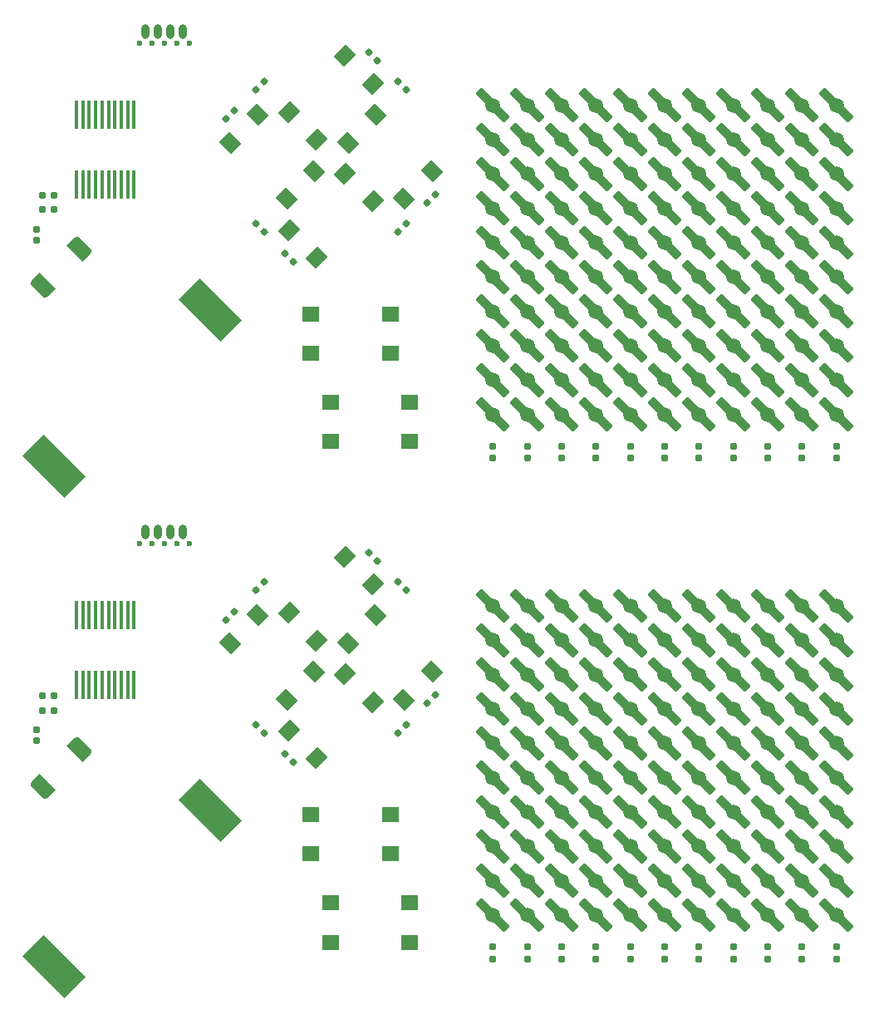
<source format=gbr>
%TF.GenerationSoftware,KiCad,Pcbnew,(6.0.9)*%
%TF.CreationDate,2023-02-03T02:03:44-05:00*%
%TF.ProjectId,businesscard_panel,62757369-6e65-4737-9363-6172645f7061,rev?*%
%TF.SameCoordinates,Original*%
%TF.FileFunction,Soldermask,Bot*%
%TF.FilePolarity,Negative*%
%FSLAX46Y46*%
G04 Gerber Fmt 4.6, Leading zero omitted, Abs format (unit mm)*
G04 Created by KiCad (PCBNEW (6.0.9)) date 2023-02-03 02:03:44*
%MOMM*%
%LPD*%
G01*
G04 APERTURE LIST*
G04 Aperture macros list*
%AMRoundRect*
0 Rectangle with rounded corners*
0 $1 Rounding radius*
0 $2 $3 $4 $5 $6 $7 $8 $9 X,Y pos of 4 corners*
0 Add a 4 corners polygon primitive as box body*
4,1,4,$2,$3,$4,$5,$6,$7,$8,$9,$2,$3,0*
0 Add four circle primitives for the rounded corners*
1,1,$1+$1,$2,$3*
1,1,$1+$1,$4,$5*
1,1,$1+$1,$6,$7*
1,1,$1+$1,$8,$9*
0 Add four rect primitives between the rounded corners*
20,1,$1+$1,$2,$3,$4,$5,0*
20,1,$1+$1,$4,$5,$6,$7,0*
20,1,$1+$1,$6,$7,$8,$9,0*
20,1,$1+$1,$8,$9,$2,$3,0*%
%AMRotRect*
0 Rectangle, with rotation*
0 The origin of the aperture is its center*
0 $1 length*
0 $2 width*
0 $3 Rotation angle, in degrees counterclockwise*
0 Add horizontal line*
21,1,$1,$2,0,0,$3*%
%AMFreePoly0*
4,1,15,-1.143000,0.750000,1.143000,0.750000,1.143000,-0.375000,1.127371,-0.482133,1.073293,-0.592764,0.986296,-0.679914,0.875760,-0.734183,0.768000,-0.750000,-0.768000,-0.750000,-0.875133,-0.734371,-0.985764,-0.680293,-1.072913,-0.593297,-1.127183,-0.482760,-1.143000,-0.375000,-1.143000,0.750000,-1.143000,0.750000,$1*%
%AMFreePoly1*
4,1,15,-1.143000,0.375000,-1.127371,0.482133,-1.073293,0.592764,-0.986296,0.679914,-0.875760,0.734183,-0.768000,0.750000,0.768000,0.750000,0.875133,0.734371,0.985764,0.680293,1.072913,0.593297,1.127183,0.482760,1.143000,0.375000,1.143000,-0.750000,-1.143000,-0.750000,-1.143000,0.375000,-1.143000,0.375000,$1*%
G04 Aperture macros list end*
%ADD10C,1.500000*%
%ADD11RoundRect,0.237500X-0.618718X0.282843X0.282843X-0.618718X0.618718X-0.282843X-0.282843X0.618718X0*%
%ADD12C,0.600000*%
%ADD13O,0.800000X1.500000*%
%ADD14RotRect,1.700000X1.500000X315.000000*%
%ADD15RotRect,1.700000X1.500000X45.000000*%
%ADD16RoundRect,0.100000X0.100000X-1.337500X0.100000X1.337500X-0.100000X1.337500X-0.100000X-1.337500X0*%
%ADD17RotRect,3.000000X6.000000X45.000000*%
%ADD18FreePoly0,135.000000*%
%ADD19FreePoly1,135.000000*%
%ADD20RotRect,1.700000X1.500000X225.000000*%
%ADD21R,1.700000X1.500000*%
%ADD22RotRect,1.700000X1.500000X135.000000*%
%ADD23RoundRect,0.160000X0.160000X-0.197500X0.160000X0.197500X-0.160000X0.197500X-0.160000X-0.197500X0*%
%ADD24RoundRect,0.160000X-0.026517X-0.252791X0.252791X0.026517X0.026517X0.252791X-0.252791X-0.026517X0*%
%ADD25RoundRect,0.155000X0.212500X0.155000X-0.212500X0.155000X-0.212500X-0.155000X0.212500X-0.155000X0*%
%ADD26RoundRect,0.160000X-0.252791X0.026517X0.026517X-0.252791X0.252791X-0.026517X-0.026517X0.252791X0*%
%ADD27RoundRect,0.160000X0.026517X0.252791X-0.252791X-0.026517X-0.026517X-0.252791X0.252791X0.026517X0*%
%ADD28RoundRect,0.160000X0.252791X-0.026517X-0.026517X0.252791X-0.252791X0.026517X0.026517X-0.252791X0*%
%ADD29RoundRect,0.155000X0.155000X-0.212500X0.155000X0.212500X-0.155000X0.212500X-0.155000X-0.212500X0*%
G04 APERTURE END LIST*
D10*
%TO.C,D61*%
X169500000Y-58500000D03*
D11*
X168633794Y-57633794D03*
X170366206Y-59366206D03*
%TD*%
D10*
%TO.C,D79*%
X173000000Y-137500000D03*
D11*
X172133794Y-136633794D03*
X173866206Y-138366206D03*
%TD*%
D10*
%TO.C,D101*%
X183500000Y-58500000D03*
D11*
X182633794Y-57633794D03*
X184366206Y-59366206D03*
%TD*%
D10*
%TO.C,D97*%
X180000000Y-79500000D03*
D11*
X179133794Y-78633794D03*
X180866206Y-80366206D03*
%TD*%
D10*
%TO.C,D51*%
X166000000Y-58500000D03*
D11*
X165133794Y-57633794D03*
X166866206Y-59366206D03*
%TD*%
D10*
%TO.C,D25*%
X155500000Y-123500000D03*
D11*
X154633794Y-122633794D03*
X156366206Y-124366206D03*
%TD*%
D10*
%TO.C,D78*%
X173000000Y-83000000D03*
D11*
X172133794Y-82133794D03*
X173866206Y-83866206D03*
%TD*%
D10*
%TO.C,D56*%
X166000000Y-127000000D03*
D11*
X165133794Y-126133794D03*
X166866206Y-127866206D03*
%TD*%
D10*
%TO.C,D32*%
X159000000Y-113000000D03*
D11*
X158133794Y-112133794D03*
X159866206Y-113866206D03*
%TD*%
D10*
%TO.C,D26*%
X155500000Y-127000000D03*
D11*
X154633794Y-126133794D03*
X156366206Y-127866206D03*
%TD*%
D10*
%TO.C,D94*%
X180000000Y-120000000D03*
D11*
X179133794Y-119133794D03*
X180866206Y-120866206D03*
%TD*%
D10*
%TO.C,D76*%
X173000000Y-127000000D03*
D11*
X172133794Y-126133794D03*
X173866206Y-127866206D03*
%TD*%
D12*
%TO.C,J1*%
X116270000Y-103155000D03*
X117540000Y-103155000D03*
X113730000Y-103155000D03*
X112460000Y-103155000D03*
X115000000Y-103155000D03*
D13*
X116905000Y-102000000D03*
X115635000Y-102000000D03*
X114365000Y-102000000D03*
X113095000Y-102000000D03*
%TD*%
D10*
%TO.C,D50*%
X162500000Y-90000000D03*
D11*
X161633794Y-89133794D03*
X163366206Y-90866206D03*
%TD*%
D10*
%TO.C,D96*%
X180000000Y-76000000D03*
D11*
X179133794Y-75133794D03*
X180866206Y-76866206D03*
%TD*%
D14*
%TO.C,SW4*%
X136550431Y-110472004D03*
X142277996Y-116199569D03*
X133722004Y-113300431D03*
X139449569Y-119027996D03*
%TD*%
D10*
%TO.C,D53*%
X166000000Y-116500000D03*
D11*
X165133794Y-115633794D03*
X166866206Y-117366206D03*
%TD*%
D10*
%TO.C,D80*%
X173000000Y-141000000D03*
D11*
X172133794Y-140133794D03*
X173866206Y-141866206D03*
%TD*%
D10*
%TO.C,D81*%
X176500000Y-109500000D03*
D11*
X175633794Y-108633794D03*
X177366206Y-110366206D03*
%TD*%
D10*
%TO.C,D9*%
X148500000Y-86500000D03*
D11*
X147633794Y-85633794D03*
X149366206Y-87366206D03*
%TD*%
D10*
%TO.C,D20*%
X152000000Y-90000000D03*
D11*
X151133794Y-89133794D03*
X152866206Y-90866206D03*
%TD*%
D10*
%TO.C,D45*%
X162500000Y-72500000D03*
D11*
X161633794Y-71633794D03*
X163366206Y-73366206D03*
%TD*%
D10*
%TO.C,D24*%
X155500000Y-120000000D03*
D11*
X154633794Y-119133794D03*
X156366206Y-120866206D03*
%TD*%
D10*
%TO.C,D100*%
X180000000Y-141000000D03*
D11*
X179133794Y-140133794D03*
X180866206Y-141866206D03*
%TD*%
D15*
%TO.C,SW3*%
X133449569Y-53472004D03*
X127722004Y-59199569D03*
X136277996Y-56300431D03*
X130550431Y-62027996D03*
%TD*%
D10*
%TO.C,D41*%
X162500000Y-58500000D03*
D11*
X161633794Y-57633794D03*
X163366206Y-59366206D03*
%TD*%
D10*
%TO.C,D85*%
X176500000Y-72500000D03*
D11*
X175633794Y-71633794D03*
X177366206Y-73366206D03*
%TD*%
D10*
%TO.C,D42*%
X162500000Y-62000000D03*
D11*
X161633794Y-61133794D03*
X163366206Y-62866206D03*
%TD*%
D10*
%TO.C,D32*%
X159000000Y-62000000D03*
D11*
X158133794Y-61133794D03*
X159866206Y-62866206D03*
%TD*%
D10*
%TO.C,D107*%
X183500000Y-130500000D03*
D11*
X182633794Y-129633794D03*
X184366206Y-131366206D03*
%TD*%
D10*
%TO.C,D68*%
X169500000Y-134000000D03*
D11*
X168633794Y-133133794D03*
X170366206Y-134866206D03*
%TD*%
D10*
%TO.C,D104*%
X183500000Y-120000000D03*
D11*
X182633794Y-119133794D03*
X184366206Y-120866206D03*
%TD*%
D10*
%TO.C,D75*%
X173000000Y-72500000D03*
D11*
X172133794Y-71633794D03*
X173866206Y-73366206D03*
%TD*%
D10*
%TO.C,D58*%
X166000000Y-83000000D03*
D11*
X165133794Y-82133794D03*
X166866206Y-83866206D03*
%TD*%
D14*
%TO.C,SW4*%
X136550431Y-59472004D03*
X142277996Y-65199569D03*
X133722004Y-62300431D03*
X139449569Y-68027996D03*
%TD*%
D10*
%TO.C,D71*%
X173000000Y-58500000D03*
D11*
X172133794Y-57633794D03*
X173866206Y-59366206D03*
%TD*%
D10*
%TO.C,D15*%
X152000000Y-72500000D03*
D11*
X151133794Y-71633794D03*
X152866206Y-73366206D03*
%TD*%
D10*
%TO.C,D64*%
X169500000Y-69000000D03*
D11*
X168633794Y-68133794D03*
X170366206Y-69866206D03*
%TD*%
D10*
%TO.C,D49*%
X162500000Y-137500000D03*
D11*
X161633794Y-136633794D03*
X163366206Y-138366206D03*
%TD*%
D10*
%TO.C,D86*%
X176500000Y-76000000D03*
D11*
X175633794Y-75133794D03*
X177366206Y-76866206D03*
%TD*%
D10*
%TO.C,D59*%
X166000000Y-86500000D03*
D11*
X165133794Y-85633794D03*
X166866206Y-87366206D03*
%TD*%
D10*
%TO.C,D57*%
X166000000Y-130500000D03*
D11*
X165133794Y-129633794D03*
X166866206Y-131366206D03*
%TD*%
D10*
%TO.C,D82*%
X176500000Y-62000000D03*
D11*
X175633794Y-61133794D03*
X177366206Y-62866206D03*
%TD*%
D10*
%TO.C,D48*%
X162500000Y-83000000D03*
D11*
X161633794Y-82133794D03*
X163366206Y-83866206D03*
%TD*%
D10*
%TO.C,D23*%
X155500000Y-65500000D03*
D11*
X154633794Y-64633794D03*
X156366206Y-66366206D03*
%TD*%
D10*
%TO.C,D73*%
X173000000Y-116500000D03*
D11*
X172133794Y-115633794D03*
X173866206Y-117366206D03*
%TD*%
D10*
%TO.C,D34*%
X159000000Y-120000000D03*
D11*
X158133794Y-119133794D03*
X159866206Y-120866206D03*
%TD*%
D10*
%TO.C,D103*%
X183500000Y-116500000D03*
D11*
X182633794Y-115633794D03*
X184366206Y-117366206D03*
%TD*%
D10*
%TO.C,D69*%
X169500000Y-137500000D03*
D11*
X168633794Y-136633794D03*
X170366206Y-138366206D03*
%TD*%
D10*
%TO.C,D51*%
X166000000Y-109500000D03*
D11*
X165133794Y-108633794D03*
X166866206Y-110366206D03*
%TD*%
D10*
%TO.C,D22*%
X155500000Y-113000000D03*
D11*
X154633794Y-112133794D03*
X156366206Y-113866206D03*
%TD*%
D10*
%TO.C,D8*%
X148500000Y-83000000D03*
D11*
X147633794Y-82133794D03*
X149366206Y-83866206D03*
%TD*%
D10*
%TO.C,D29*%
X155500000Y-86500000D03*
D11*
X154633794Y-85633794D03*
X156366206Y-87366206D03*
%TD*%
D10*
%TO.C,D106*%
X183500000Y-127000000D03*
D11*
X182633794Y-126133794D03*
X184366206Y-127866206D03*
%TD*%
D10*
%TO.C,D49*%
X162500000Y-86500000D03*
D11*
X161633794Y-85633794D03*
X163366206Y-87366206D03*
%TD*%
D10*
%TO.C,D55*%
X166000000Y-123500000D03*
D11*
X165133794Y-122633794D03*
X166866206Y-124366206D03*
%TD*%
D10*
%TO.C,D92*%
X180000000Y-62000000D03*
D11*
X179133794Y-61133794D03*
X180866206Y-62866206D03*
%TD*%
D10*
%TO.C,D5*%
X148500000Y-123500000D03*
D11*
X147633794Y-122633794D03*
X149366206Y-124366206D03*
%TD*%
D16*
%TO.C,U1*%
X106075000Y-117562500D03*
X106725000Y-117562500D03*
X107375000Y-117562500D03*
X108025000Y-117562500D03*
X108675000Y-117562500D03*
X109325000Y-117562500D03*
X109975000Y-117562500D03*
X110625000Y-117562500D03*
X111275000Y-117562500D03*
X111925000Y-117562500D03*
X111925000Y-110437500D03*
X111275000Y-110437500D03*
X110625000Y-110437500D03*
X109975000Y-110437500D03*
X109325000Y-110437500D03*
X108675000Y-110437500D03*
X108025000Y-110437500D03*
X107375000Y-110437500D03*
X106725000Y-110437500D03*
X106075000Y-110437500D03*
%TD*%
D10*
%TO.C,D18*%
X152000000Y-134000000D03*
D11*
X151133794Y-133133794D03*
X152866206Y-134866206D03*
%TD*%
D10*
%TO.C,D105*%
X183500000Y-123500000D03*
D11*
X182633794Y-122633794D03*
X184366206Y-124366206D03*
%TD*%
D10*
%TO.C,D37*%
X159000000Y-79500000D03*
D11*
X158133794Y-78633794D03*
X159866206Y-80366206D03*
%TD*%
D10*
%TO.C,D53*%
X166000000Y-65500000D03*
D11*
X165133794Y-64633794D03*
X166866206Y-66366206D03*
%TD*%
D10*
%TO.C,D11*%
X152000000Y-109500000D03*
D11*
X151133794Y-108633794D03*
X152866206Y-110366206D03*
%TD*%
D10*
%TO.C,D107*%
X183500000Y-79500000D03*
D11*
X182633794Y-78633794D03*
X184366206Y-80366206D03*
%TD*%
D10*
%TO.C,D35*%
X159000000Y-123500000D03*
D11*
X158133794Y-122633794D03*
X159866206Y-124366206D03*
%TD*%
D10*
%TO.C,D94*%
X180000000Y-69000000D03*
D11*
X179133794Y-68133794D03*
X180866206Y-69866206D03*
%TD*%
D10*
%TO.C,D61*%
X169500000Y-109500000D03*
D11*
X168633794Y-108633794D03*
X170366206Y-110366206D03*
%TD*%
D10*
%TO.C,D72*%
X173000000Y-113000000D03*
D11*
X172133794Y-112133794D03*
X173866206Y-113866206D03*
%TD*%
D10*
%TO.C,D73*%
X173000000Y-65500000D03*
D11*
X172133794Y-64633794D03*
X173866206Y-66366206D03*
%TD*%
D10*
%TO.C,D35*%
X159000000Y-72500000D03*
D11*
X158133794Y-71633794D03*
X159866206Y-73366206D03*
%TD*%
D10*
%TO.C,D34*%
X159000000Y-69000000D03*
D11*
X158133794Y-68133794D03*
X159866206Y-69866206D03*
%TD*%
D10*
%TO.C,D52*%
X166000000Y-113000000D03*
D11*
X165133794Y-112133794D03*
X166866206Y-113866206D03*
%TD*%
D10*
%TO.C,D27*%
X155500000Y-79500000D03*
D11*
X154633794Y-78633794D03*
X156366206Y-80366206D03*
%TD*%
D10*
%TO.C,D24*%
X155500000Y-69000000D03*
D11*
X154633794Y-68133794D03*
X156366206Y-69866206D03*
%TD*%
D10*
%TO.C,D21*%
X155500000Y-58500000D03*
D11*
X154633794Y-57633794D03*
X156366206Y-59366206D03*
%TD*%
D10*
%TO.C,D5*%
X148500000Y-72500000D03*
D11*
X147633794Y-71633794D03*
X149366206Y-73366206D03*
%TD*%
D10*
%TO.C,D46*%
X162500000Y-127000000D03*
D11*
X161633794Y-126133794D03*
X163366206Y-127866206D03*
%TD*%
D10*
%TO.C,D22*%
X155500000Y-62000000D03*
D11*
X154633794Y-61133794D03*
X156366206Y-62866206D03*
%TD*%
D10*
%TO.C,D50*%
X162500000Y-141000000D03*
D11*
X161633794Y-140133794D03*
X163366206Y-141866206D03*
%TD*%
D10*
%TO.C,D55*%
X166000000Y-72500000D03*
D11*
X165133794Y-71633794D03*
X166866206Y-73366206D03*
%TD*%
D10*
%TO.C,D3*%
X148500000Y-65500000D03*
D11*
X147633794Y-64633794D03*
X149366206Y-66366206D03*
%TD*%
D10*
%TO.C,D1*%
X148500000Y-58500000D03*
D11*
X147633794Y-57633794D03*
X149366206Y-59366206D03*
%TD*%
D10*
%TO.C,D16*%
X152000000Y-127000000D03*
D11*
X151133794Y-126133794D03*
X152866206Y-127866206D03*
%TD*%
D10*
%TO.C,D9*%
X148500000Y-137500000D03*
D11*
X147633794Y-136633794D03*
X149366206Y-138366206D03*
%TD*%
D10*
%TO.C,D66*%
X169500000Y-127000000D03*
D11*
X168633794Y-126133794D03*
X170366206Y-127866206D03*
%TD*%
D10*
%TO.C,D105*%
X183500000Y-72500000D03*
D11*
X182633794Y-71633794D03*
X184366206Y-73366206D03*
%TD*%
D10*
%TO.C,D91*%
X180000000Y-58500000D03*
D11*
X179133794Y-57633794D03*
X180866206Y-59366206D03*
%TD*%
D10*
%TO.C,D103*%
X183500000Y-65500000D03*
D11*
X182633794Y-64633794D03*
X184366206Y-66366206D03*
%TD*%
D10*
%TO.C,D93*%
X180000000Y-65500000D03*
D11*
X179133794Y-64633794D03*
X180866206Y-66366206D03*
%TD*%
D10*
%TO.C,D79*%
X173000000Y-86500000D03*
D11*
X172133794Y-85633794D03*
X173866206Y-87366206D03*
%TD*%
D17*
%TO.C,BT1*%
X119659902Y-130340098D03*
X103750000Y-146250000D03*
%TD*%
D10*
%TO.C,D15*%
X152000000Y-123500000D03*
D11*
X151133794Y-122633794D03*
X152866206Y-124366206D03*
%TD*%
D10*
%TO.C,D17*%
X152000000Y-130500000D03*
D11*
X151133794Y-129633794D03*
X152866206Y-131366206D03*
%TD*%
D10*
%TO.C,D69*%
X169500000Y-86500000D03*
D11*
X168633794Y-85633794D03*
X170366206Y-87366206D03*
%TD*%
D10*
%TO.C,D98*%
X180000000Y-134000000D03*
D11*
X179133794Y-133133794D03*
X180866206Y-134866206D03*
%TD*%
D10*
%TO.C,D54*%
X166000000Y-120000000D03*
D11*
X165133794Y-119133794D03*
X166866206Y-120866206D03*
%TD*%
D10*
%TO.C,D74*%
X173000000Y-120000000D03*
D11*
X172133794Y-119133794D03*
X173866206Y-120866206D03*
%TD*%
D10*
%TO.C,D62*%
X169500000Y-62000000D03*
D11*
X168633794Y-61133794D03*
X170366206Y-62866206D03*
%TD*%
D10*
%TO.C,D82*%
X176500000Y-113000000D03*
D11*
X175633794Y-112133794D03*
X177366206Y-113866206D03*
%TD*%
D10*
%TO.C,D43*%
X162500000Y-116500000D03*
D11*
X161633794Y-115633794D03*
X163366206Y-117366206D03*
%TD*%
D10*
%TO.C,D102*%
X183500000Y-113000000D03*
D11*
X182633794Y-112133794D03*
X184366206Y-113866206D03*
%TD*%
D10*
%TO.C,D86*%
X176500000Y-127000000D03*
D11*
X175633794Y-126133794D03*
X177366206Y-127866206D03*
%TD*%
D10*
%TO.C,D98*%
X180000000Y-83000000D03*
D11*
X179133794Y-82133794D03*
X180866206Y-83866206D03*
%TD*%
D10*
%TO.C,D63*%
X169500000Y-65500000D03*
D11*
X168633794Y-64633794D03*
X170366206Y-66366206D03*
%TD*%
D10*
%TO.C,D2*%
X148500000Y-62000000D03*
D11*
X147633794Y-61133794D03*
X149366206Y-62866206D03*
%TD*%
D18*
%TO.C,SW1*%
X106444544Y-124055456D03*
D19*
X102555456Y-127944544D03*
%TD*%
D10*
%TO.C,D41*%
X162500000Y-109500000D03*
D11*
X161633794Y-108633794D03*
X163366206Y-110366206D03*
%TD*%
D10*
%TO.C,D6*%
X148500000Y-76000000D03*
D11*
X147633794Y-75133794D03*
X149366206Y-76866206D03*
%TD*%
D10*
%TO.C,D29*%
X155500000Y-137500000D03*
D11*
X154633794Y-136633794D03*
X156366206Y-138366206D03*
%TD*%
D10*
%TO.C,D37*%
X159000000Y-130500000D03*
D11*
X158133794Y-129633794D03*
X159866206Y-131366206D03*
%TD*%
D10*
%TO.C,D56*%
X166000000Y-76000000D03*
D11*
X165133794Y-75133794D03*
X166866206Y-76866206D03*
%TD*%
D10*
%TO.C,D47*%
X162500000Y-79500000D03*
D11*
X161633794Y-78633794D03*
X163366206Y-80366206D03*
%TD*%
D10*
%TO.C,D72*%
X173000000Y-62000000D03*
D11*
X172133794Y-61133794D03*
X173866206Y-62866206D03*
%TD*%
D10*
%TO.C,D85*%
X176500000Y-123500000D03*
D11*
X175633794Y-122633794D03*
X177366206Y-124366206D03*
%TD*%
D10*
%TO.C,D110*%
X183500000Y-90000000D03*
D11*
X182633794Y-89133794D03*
X184366206Y-90866206D03*
%TD*%
D16*
%TO.C,U1*%
X106075000Y-66562500D03*
X106725000Y-66562500D03*
X107375000Y-66562500D03*
X108025000Y-66562500D03*
X108675000Y-66562500D03*
X109325000Y-66562500D03*
X109975000Y-66562500D03*
X110625000Y-66562500D03*
X111275000Y-66562500D03*
X111925000Y-66562500D03*
X111925000Y-59437500D03*
X111275000Y-59437500D03*
X110625000Y-59437500D03*
X109975000Y-59437500D03*
X109325000Y-59437500D03*
X108675000Y-59437500D03*
X108025000Y-59437500D03*
X107375000Y-59437500D03*
X106725000Y-59437500D03*
X106075000Y-59437500D03*
%TD*%
D10*
%TO.C,D67*%
X169500000Y-130500000D03*
D11*
X168633794Y-129633794D03*
X170366206Y-131366206D03*
%TD*%
D10*
%TO.C,D64*%
X169500000Y-120000000D03*
D11*
X168633794Y-119133794D03*
X170366206Y-120866206D03*
%TD*%
D10*
%TO.C,D23*%
X155500000Y-116500000D03*
D11*
X154633794Y-115633794D03*
X156366206Y-117366206D03*
%TD*%
D17*
%TO.C,BT1*%
X119659902Y-79340098D03*
X103750000Y-95250000D03*
%TD*%
D10*
%TO.C,D58*%
X166000000Y-134000000D03*
D11*
X165133794Y-133133794D03*
X166866206Y-134866206D03*
%TD*%
D20*
%TO.C,SW5*%
X136277996Y-119300431D03*
X130550431Y-125027996D03*
X133449569Y-116472004D03*
X127722004Y-122199569D03*
%TD*%
D15*
%TO.C,SW3*%
X133449569Y-104472004D03*
X127722004Y-110199569D03*
X136277996Y-107300431D03*
X130550431Y-113027996D03*
%TD*%
D10*
%TO.C,D84*%
X176500000Y-120000000D03*
D11*
X175633794Y-119133794D03*
X177366206Y-120866206D03*
%TD*%
D10*
%TO.C,D4*%
X148500000Y-120000000D03*
D11*
X147633794Y-119133794D03*
X149366206Y-120866206D03*
%TD*%
D10*
%TO.C,D19*%
X152000000Y-137500000D03*
D11*
X151133794Y-136633794D03*
X152866206Y-138366206D03*
%TD*%
D10*
%TO.C,D40*%
X159000000Y-141000000D03*
D11*
X158133794Y-140133794D03*
X159866206Y-141866206D03*
%TD*%
D10*
%TO.C,D67*%
X169500000Y-79500000D03*
D11*
X168633794Y-78633794D03*
X170366206Y-80366206D03*
%TD*%
D21*
%TO.C,SW7*%
X131950000Y-92750000D03*
X140050000Y-92750000D03*
X131950000Y-88750000D03*
X140050000Y-88750000D03*
%TD*%
D22*
%TO.C,SW2*%
X127449569Y-68027996D03*
X121722004Y-62300431D03*
X124550431Y-59472004D03*
X130277996Y-65199569D03*
%TD*%
D10*
%TO.C,D30*%
X155500000Y-141000000D03*
D11*
X154633794Y-140133794D03*
X156366206Y-141866206D03*
%TD*%
D10*
%TO.C,D44*%
X162500000Y-120000000D03*
D11*
X161633794Y-119133794D03*
X163366206Y-120866206D03*
%TD*%
D10*
%TO.C,D70*%
X169500000Y-141000000D03*
D11*
X168633794Y-140133794D03*
X170366206Y-141866206D03*
%TD*%
D10*
%TO.C,D108*%
X183500000Y-134000000D03*
D11*
X182633794Y-133133794D03*
X184366206Y-134866206D03*
%TD*%
D10*
%TO.C,D31*%
X159000000Y-109500000D03*
D11*
X158133794Y-108633794D03*
X159866206Y-110366206D03*
%TD*%
D10*
%TO.C,D62*%
X169500000Y-113000000D03*
D11*
X168633794Y-112133794D03*
X170366206Y-113866206D03*
%TD*%
D10*
%TO.C,D26*%
X155500000Y-76000000D03*
D11*
X154633794Y-75133794D03*
X156366206Y-76866206D03*
%TD*%
D10*
%TO.C,D28*%
X155500000Y-134000000D03*
D11*
X154633794Y-133133794D03*
X156366206Y-134866206D03*
%TD*%
D10*
%TO.C,D48*%
X162500000Y-134000000D03*
D11*
X161633794Y-133133794D03*
X163366206Y-134866206D03*
%TD*%
D10*
%TO.C,D76*%
X173000000Y-76000000D03*
D11*
X172133794Y-75133794D03*
X173866206Y-76866206D03*
%TD*%
D10*
%TO.C,D83*%
X176500000Y-116500000D03*
D11*
X175633794Y-115633794D03*
X177366206Y-117366206D03*
%TD*%
D10*
%TO.C,D60*%
X166000000Y-141000000D03*
D11*
X165133794Y-140133794D03*
X166866206Y-141866206D03*
%TD*%
D10*
%TO.C,D59*%
X166000000Y-137500000D03*
D11*
X165133794Y-136633794D03*
X166866206Y-138366206D03*
%TD*%
D10*
%TO.C,D87*%
X176500000Y-79500000D03*
D11*
X175633794Y-78633794D03*
X177366206Y-80366206D03*
%TD*%
D10*
%TO.C,D70*%
X169500000Y-90000000D03*
D11*
X168633794Y-89133794D03*
X170366206Y-90866206D03*
%TD*%
D10*
%TO.C,D89*%
X176500000Y-86500000D03*
D11*
X175633794Y-85633794D03*
X177366206Y-87366206D03*
%TD*%
D10*
%TO.C,D3*%
X148500000Y-116500000D03*
D11*
X147633794Y-115633794D03*
X149366206Y-117366206D03*
%TD*%
D10*
%TO.C,D10*%
X148500000Y-90000000D03*
D11*
X147633794Y-89133794D03*
X149366206Y-90866206D03*
%TD*%
D10*
%TO.C,D47*%
X162500000Y-130500000D03*
D11*
X161633794Y-129633794D03*
X163366206Y-131366206D03*
%TD*%
D10*
%TO.C,D18*%
X152000000Y-83000000D03*
D11*
X151133794Y-82133794D03*
X152866206Y-83866206D03*
%TD*%
D10*
%TO.C,D42*%
X162500000Y-113000000D03*
D11*
X161633794Y-112133794D03*
X163366206Y-113866206D03*
%TD*%
D10*
%TO.C,D71*%
X173000000Y-109500000D03*
D11*
X172133794Y-108633794D03*
X173866206Y-110366206D03*
%TD*%
D10*
%TO.C,D33*%
X159000000Y-116500000D03*
D11*
X158133794Y-115633794D03*
X159866206Y-117366206D03*
%TD*%
D10*
%TO.C,D20*%
X152000000Y-141000000D03*
D11*
X151133794Y-140133794D03*
X152866206Y-141866206D03*
%TD*%
D10*
%TO.C,D45*%
X162500000Y-123500000D03*
D11*
X161633794Y-122633794D03*
X163366206Y-124366206D03*
%TD*%
D21*
%TO.C,SW7*%
X131950000Y-143750000D03*
X140050000Y-143750000D03*
X131950000Y-139750000D03*
X140050000Y-139750000D03*
%TD*%
D10*
%TO.C,D92*%
X180000000Y-113000000D03*
D11*
X179133794Y-112133794D03*
X180866206Y-113866206D03*
%TD*%
D10*
%TO.C,D87*%
X176500000Y-130500000D03*
D11*
X175633794Y-129633794D03*
X177366206Y-131366206D03*
%TD*%
D10*
%TO.C,D38*%
X159000000Y-83000000D03*
D11*
X158133794Y-82133794D03*
X159866206Y-83866206D03*
%TD*%
D10*
%TO.C,D104*%
X183500000Y-69000000D03*
D11*
X182633794Y-68133794D03*
X184366206Y-69866206D03*
%TD*%
D10*
%TO.C,D54*%
X166000000Y-69000000D03*
D11*
X165133794Y-68133794D03*
X166866206Y-69866206D03*
%TD*%
D10*
%TO.C,D14*%
X152000000Y-69000000D03*
D11*
X151133794Y-68133794D03*
X152866206Y-69866206D03*
%TD*%
D10*
%TO.C,D33*%
X159000000Y-65500000D03*
D11*
X158133794Y-64633794D03*
X159866206Y-66366206D03*
%TD*%
D10*
%TO.C,D90*%
X176500000Y-90000000D03*
D11*
X175633794Y-89133794D03*
X177366206Y-90866206D03*
%TD*%
D10*
%TO.C,D110*%
X183500000Y-141000000D03*
D11*
X182633794Y-140133794D03*
X184366206Y-141866206D03*
%TD*%
D10*
%TO.C,D25*%
X155500000Y-72500000D03*
D11*
X154633794Y-71633794D03*
X156366206Y-73366206D03*
%TD*%
D18*
%TO.C,SW1*%
X106444544Y-73055456D03*
D19*
X102555456Y-76944544D03*
%TD*%
D10*
%TO.C,D7*%
X148500000Y-79500000D03*
D11*
X147633794Y-78633794D03*
X149366206Y-80366206D03*
%TD*%
D10*
%TO.C,D89*%
X176500000Y-137500000D03*
D11*
X175633794Y-136633794D03*
X177366206Y-138366206D03*
%TD*%
D10*
%TO.C,D65*%
X169500000Y-72500000D03*
D11*
X168633794Y-71633794D03*
X170366206Y-73366206D03*
%TD*%
D10*
%TO.C,D78*%
X173000000Y-134000000D03*
D11*
X172133794Y-133133794D03*
X173866206Y-134866206D03*
%TD*%
D10*
%TO.C,D80*%
X173000000Y-90000000D03*
D11*
X172133794Y-89133794D03*
X173866206Y-90866206D03*
%TD*%
D10*
%TO.C,D100*%
X180000000Y-90000000D03*
D11*
X179133794Y-89133794D03*
X180866206Y-90866206D03*
%TD*%
D10*
%TO.C,D88*%
X176500000Y-134000000D03*
D11*
X175633794Y-133133794D03*
X177366206Y-134866206D03*
%TD*%
D10*
%TO.C,D93*%
X180000000Y-116500000D03*
D11*
X179133794Y-115633794D03*
X180866206Y-117366206D03*
%TD*%
D10*
%TO.C,D90*%
X176500000Y-141000000D03*
D11*
X175633794Y-140133794D03*
X177366206Y-141866206D03*
%TD*%
D10*
%TO.C,D31*%
X159000000Y-58500000D03*
D11*
X158133794Y-57633794D03*
X159866206Y-59366206D03*
%TD*%
D10*
%TO.C,D77*%
X173000000Y-79500000D03*
D11*
X172133794Y-78633794D03*
X173866206Y-80366206D03*
%TD*%
D20*
%TO.C,SW5*%
X136277996Y-68300431D03*
X130550431Y-74027996D03*
X133449569Y-65472004D03*
X127722004Y-71199569D03*
%TD*%
D10*
%TO.C,D21*%
X155500000Y-109500000D03*
D11*
X154633794Y-108633794D03*
X156366206Y-110366206D03*
%TD*%
D10*
%TO.C,D8*%
X148500000Y-134000000D03*
D11*
X147633794Y-133133794D03*
X149366206Y-134866206D03*
%TD*%
D10*
%TO.C,D13*%
X152000000Y-65500000D03*
D11*
X151133794Y-64633794D03*
X152866206Y-66366206D03*
%TD*%
D10*
%TO.C,D77*%
X173000000Y-130500000D03*
D11*
X172133794Y-129633794D03*
X173866206Y-131366206D03*
%TD*%
D10*
%TO.C,D13*%
X152000000Y-116500000D03*
D11*
X151133794Y-115633794D03*
X152866206Y-117366206D03*
%TD*%
D10*
%TO.C,D63*%
X169500000Y-116500000D03*
D11*
X168633794Y-115633794D03*
X170366206Y-117366206D03*
%TD*%
D12*
%TO.C,J1*%
X116270000Y-52155000D03*
X117540000Y-52155000D03*
X113730000Y-52155000D03*
X112460000Y-52155000D03*
X115000000Y-52155000D03*
D13*
X116905000Y-51000000D03*
X115635000Y-51000000D03*
X114365000Y-51000000D03*
X113095000Y-51000000D03*
%TD*%
D10*
%TO.C,D109*%
X183500000Y-86500000D03*
D11*
X182633794Y-85633794D03*
X184366206Y-87366206D03*
%TD*%
D10*
%TO.C,D39*%
X159000000Y-137500000D03*
D11*
X158133794Y-136633794D03*
X159866206Y-138366206D03*
%TD*%
D10*
%TO.C,D28*%
X155500000Y-83000000D03*
D11*
X154633794Y-82133794D03*
X156366206Y-83866206D03*
%TD*%
D10*
%TO.C,D2*%
X148500000Y-113000000D03*
D11*
X147633794Y-112133794D03*
X149366206Y-113866206D03*
%TD*%
D10*
%TO.C,D95*%
X180000000Y-72500000D03*
D11*
X179133794Y-71633794D03*
X180866206Y-73366206D03*
%TD*%
D21*
%TO.C,SW6*%
X138050000Y-134750000D03*
X129950000Y-134750000D03*
X129950000Y-130750000D03*
X138050000Y-130750000D03*
%TD*%
D10*
%TO.C,D65*%
X169500000Y-123500000D03*
D11*
X168633794Y-122633794D03*
X170366206Y-124366206D03*
%TD*%
D10*
%TO.C,D74*%
X173000000Y-69000000D03*
D11*
X172133794Y-68133794D03*
X173866206Y-69866206D03*
%TD*%
D10*
%TO.C,D30*%
X155500000Y-90000000D03*
D11*
X154633794Y-89133794D03*
X156366206Y-90866206D03*
%TD*%
D10*
%TO.C,D36*%
X159000000Y-127000000D03*
D11*
X158133794Y-126133794D03*
X159866206Y-127866206D03*
%TD*%
D10*
%TO.C,D75*%
X173000000Y-123500000D03*
D11*
X172133794Y-122633794D03*
X173866206Y-124366206D03*
%TD*%
D10*
%TO.C,D39*%
X159000000Y-86500000D03*
D11*
X158133794Y-85633794D03*
X159866206Y-87366206D03*
%TD*%
D10*
%TO.C,D17*%
X152000000Y-79500000D03*
D11*
X151133794Y-78633794D03*
X152866206Y-80366206D03*
%TD*%
D10*
%TO.C,D14*%
X152000000Y-120000000D03*
D11*
X151133794Y-119133794D03*
X152866206Y-120866206D03*
%TD*%
D10*
%TO.C,D108*%
X183500000Y-83000000D03*
D11*
X182633794Y-82133794D03*
X184366206Y-83866206D03*
%TD*%
D10*
%TO.C,D66*%
X169500000Y-76000000D03*
D11*
X168633794Y-75133794D03*
X170366206Y-76866206D03*
%TD*%
D10*
%TO.C,D38*%
X159000000Y-134000000D03*
D11*
X158133794Y-133133794D03*
X159866206Y-134866206D03*
%TD*%
D10*
%TO.C,D12*%
X152000000Y-62000000D03*
D11*
X151133794Y-61133794D03*
X152866206Y-62866206D03*
%TD*%
D10*
%TO.C,D81*%
X176500000Y-58500000D03*
D11*
X175633794Y-57633794D03*
X177366206Y-59366206D03*
%TD*%
D10*
%TO.C,D27*%
X155500000Y-130500000D03*
D11*
X154633794Y-129633794D03*
X156366206Y-131366206D03*
%TD*%
D10*
%TO.C,D36*%
X159000000Y-76000000D03*
D11*
X158133794Y-75133794D03*
X159866206Y-76866206D03*
%TD*%
D10*
%TO.C,D6*%
X148500000Y-127000000D03*
D11*
X147633794Y-126133794D03*
X149366206Y-127866206D03*
%TD*%
D10*
%TO.C,D19*%
X152000000Y-86500000D03*
D11*
X151133794Y-85633794D03*
X152866206Y-87366206D03*
%TD*%
D10*
%TO.C,D44*%
X162500000Y-69000000D03*
D11*
X161633794Y-68133794D03*
X163366206Y-69866206D03*
%TD*%
D10*
%TO.C,D91*%
X180000000Y-109500000D03*
D11*
X179133794Y-108633794D03*
X180866206Y-110366206D03*
%TD*%
D10*
%TO.C,D12*%
X152000000Y-113000000D03*
D11*
X151133794Y-112133794D03*
X152866206Y-113866206D03*
%TD*%
D10*
%TO.C,D60*%
X166000000Y-90000000D03*
D11*
X165133794Y-89133794D03*
X166866206Y-90866206D03*
%TD*%
D21*
%TO.C,SW6*%
X138050000Y-83750000D03*
X129950000Y-83750000D03*
X129950000Y-79750000D03*
X138050000Y-79750000D03*
%TD*%
D10*
%TO.C,D84*%
X176500000Y-69000000D03*
D11*
X175633794Y-68133794D03*
X177366206Y-69866206D03*
%TD*%
D10*
%TO.C,D83*%
X176500000Y-65500000D03*
D11*
X175633794Y-64633794D03*
X177366206Y-66366206D03*
%TD*%
D10*
%TO.C,D52*%
X166000000Y-62000000D03*
D11*
X165133794Y-61133794D03*
X166866206Y-62866206D03*
%TD*%
D10*
%TO.C,D101*%
X183500000Y-109500000D03*
D11*
X182633794Y-108633794D03*
X184366206Y-110366206D03*
%TD*%
D10*
%TO.C,D7*%
X148500000Y-130500000D03*
D11*
X147633794Y-129633794D03*
X149366206Y-131366206D03*
%TD*%
D10*
%TO.C,D43*%
X162500000Y-65500000D03*
D11*
X161633794Y-64633794D03*
X163366206Y-66366206D03*
%TD*%
D10*
%TO.C,D57*%
X166000000Y-79500000D03*
D11*
X165133794Y-78633794D03*
X166866206Y-80366206D03*
%TD*%
D10*
%TO.C,D88*%
X176500000Y-83000000D03*
D11*
X175633794Y-82133794D03*
X177366206Y-83866206D03*
%TD*%
D10*
%TO.C,D4*%
X148500000Y-69000000D03*
D11*
X147633794Y-68133794D03*
X149366206Y-69866206D03*
%TD*%
D10*
%TO.C,D16*%
X152000000Y-76000000D03*
D11*
X151133794Y-75133794D03*
X152866206Y-76866206D03*
%TD*%
D10*
%TO.C,D96*%
X180000000Y-127000000D03*
D11*
X179133794Y-126133794D03*
X180866206Y-127866206D03*
%TD*%
D22*
%TO.C,SW2*%
X127449569Y-119027996D03*
X121722004Y-113300431D03*
X124550431Y-110472004D03*
X130277996Y-116199569D03*
%TD*%
D10*
%TO.C,D102*%
X183500000Y-62000000D03*
D11*
X182633794Y-61133794D03*
X184366206Y-62866206D03*
%TD*%
D10*
%TO.C,D95*%
X180000000Y-123500000D03*
D11*
X179133794Y-122633794D03*
X180866206Y-124366206D03*
%TD*%
D10*
%TO.C,D106*%
X183500000Y-76000000D03*
D11*
X182633794Y-75133794D03*
X184366206Y-76866206D03*
%TD*%
D10*
%TO.C,D99*%
X180000000Y-137500000D03*
D11*
X179133794Y-136633794D03*
X180866206Y-138366206D03*
%TD*%
D10*
%TO.C,D46*%
X162500000Y-76000000D03*
D11*
X161633794Y-75133794D03*
X163366206Y-76866206D03*
%TD*%
D10*
%TO.C,D40*%
X159000000Y-90000000D03*
D11*
X158133794Y-89133794D03*
X159866206Y-90866206D03*
%TD*%
D10*
%TO.C,D97*%
X180000000Y-130500000D03*
D11*
X179133794Y-129633794D03*
X180866206Y-131366206D03*
%TD*%
D10*
%TO.C,D99*%
X180000000Y-86500000D03*
D11*
X179133794Y-85633794D03*
X180866206Y-87366206D03*
%TD*%
D10*
%TO.C,D11*%
X152000000Y-58500000D03*
D11*
X151133794Y-57633794D03*
X152866206Y-59366206D03*
%TD*%
D10*
%TO.C,D1*%
X148500000Y-109500000D03*
D11*
X147633794Y-108633794D03*
X149366206Y-110366206D03*
%TD*%
D10*
%TO.C,D10*%
X148500000Y-141000000D03*
D11*
X147633794Y-140133794D03*
X149366206Y-141866206D03*
%TD*%
D10*
%TO.C,D109*%
X183500000Y-137500000D03*
D11*
X182633794Y-136633794D03*
X184366206Y-138366206D03*
%TD*%
D10*
%TO.C,D68*%
X169500000Y-83000000D03*
D11*
X168633794Y-82133794D03*
X170366206Y-83866206D03*
%TD*%
D23*
%TO.C,R16*%
X159000000Y-145447500D03*
X159000000Y-144252500D03*
%TD*%
%TO.C,R10*%
X180000000Y-145447500D03*
X180000000Y-144252500D03*
%TD*%
%TO.C,R11*%
X176500000Y-94447500D03*
X176500000Y-93252500D03*
%TD*%
%TO.C,R17*%
X155500000Y-145447500D03*
X155500000Y-144252500D03*
%TD*%
%TO.C,R14*%
X166000000Y-145447500D03*
X166000000Y-144252500D03*
%TD*%
D24*
%TO.C,R3*%
X141827504Y-119422496D03*
X142672496Y-118577504D03*
%TD*%
D23*
%TO.C,R16*%
X159000000Y-94447500D03*
X159000000Y-93252500D03*
%TD*%
%TO.C,R12*%
X173000000Y-145447500D03*
X173000000Y-144252500D03*
%TD*%
%TO.C,R19*%
X148500000Y-94447500D03*
X148500000Y-93252500D03*
%TD*%
D25*
%TO.C,C3*%
X103767500Y-120150000D03*
X102632500Y-120150000D03*
%TD*%
D26*
%TO.C,R8*%
X124327504Y-70577504D03*
X125172496Y-71422496D03*
%TD*%
D23*
%TO.C,R15*%
X162500000Y-145447500D03*
X162500000Y-144252500D03*
%TD*%
D27*
%TO.C,R1*%
X122172496Y-59077504D03*
X121327504Y-59922496D03*
%TD*%
D23*
%TO.C,R10*%
X180000000Y-94447500D03*
X180000000Y-93252500D03*
%TD*%
D26*
%TO.C,R4*%
X127327504Y-73577504D03*
X128172496Y-74422496D03*
%TD*%
D23*
%TO.C,R13*%
X169500000Y-94447500D03*
X169500000Y-93252500D03*
%TD*%
D28*
%TO.C,R2*%
X136672496Y-53922496D03*
X135827504Y-53077504D03*
%TD*%
D23*
%TO.C,R15*%
X162500000Y-94447500D03*
X162500000Y-93252500D03*
%TD*%
D28*
%TO.C,R2*%
X136672496Y-104922496D03*
X135827504Y-104077504D03*
%TD*%
D24*
%TO.C,R7*%
X138827504Y-71422496D03*
X139672496Y-70577504D03*
%TD*%
D23*
%TO.C,R18*%
X152000000Y-94447500D03*
X152000000Y-93252500D03*
%TD*%
D26*
%TO.C,R4*%
X127327504Y-124577504D03*
X128172496Y-125422496D03*
%TD*%
D23*
%TO.C,R9*%
X183500000Y-145447500D03*
X183500000Y-144252500D03*
%TD*%
D27*
%TO.C,R1*%
X122172496Y-110077504D03*
X121327504Y-110922496D03*
%TD*%
D25*
%TO.C,C2*%
X103767500Y-118650000D03*
X102632500Y-118650000D03*
%TD*%
D29*
%TO.C,C1*%
X102000000Y-123250000D03*
X102000000Y-122115000D03*
%TD*%
%TO.C,C1*%
X102000000Y-72250000D03*
X102000000Y-71115000D03*
%TD*%
D27*
%TO.C,R5*%
X125172496Y-56077504D03*
X124327504Y-56922496D03*
%TD*%
D23*
%TO.C,R12*%
X173000000Y-94447500D03*
X173000000Y-93252500D03*
%TD*%
D28*
%TO.C,R6*%
X139672496Y-107922496D03*
X138827504Y-107077504D03*
%TD*%
D23*
%TO.C,R9*%
X183500000Y-94447500D03*
X183500000Y-93252500D03*
%TD*%
D28*
%TO.C,R6*%
X139672496Y-56922496D03*
X138827504Y-56077504D03*
%TD*%
D23*
%TO.C,R13*%
X169500000Y-145447500D03*
X169500000Y-144252500D03*
%TD*%
D25*
%TO.C,C2*%
X103767500Y-67650000D03*
X102632500Y-67650000D03*
%TD*%
D23*
%TO.C,R19*%
X148500000Y-145447500D03*
X148500000Y-144252500D03*
%TD*%
%TO.C,R11*%
X176500000Y-145447500D03*
X176500000Y-144252500D03*
%TD*%
D26*
%TO.C,R8*%
X124327504Y-121577504D03*
X125172496Y-122422496D03*
%TD*%
D27*
%TO.C,R5*%
X125172496Y-107077504D03*
X124327504Y-107922496D03*
%TD*%
D23*
%TO.C,R18*%
X152000000Y-145447500D03*
X152000000Y-144252500D03*
%TD*%
%TO.C,R14*%
X166000000Y-94447500D03*
X166000000Y-93252500D03*
%TD*%
D25*
%TO.C,C3*%
X103767500Y-69150000D03*
X102632500Y-69150000D03*
%TD*%
D23*
%TO.C,R17*%
X155500000Y-94447500D03*
X155500000Y-93252500D03*
%TD*%
D24*
%TO.C,R7*%
X138827504Y-122422496D03*
X139672496Y-121577504D03*
%TD*%
%TO.C,R3*%
X141827504Y-68422496D03*
X142672496Y-67577504D03*
%TD*%
M02*

</source>
